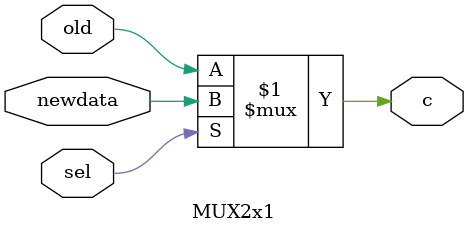
<source format=v>
`timescale 1ns / 1ps


module MUX2x1(input newdata, input old, input sel, output c);

assign c = sel ? newdata : old;

endmodule

</source>
